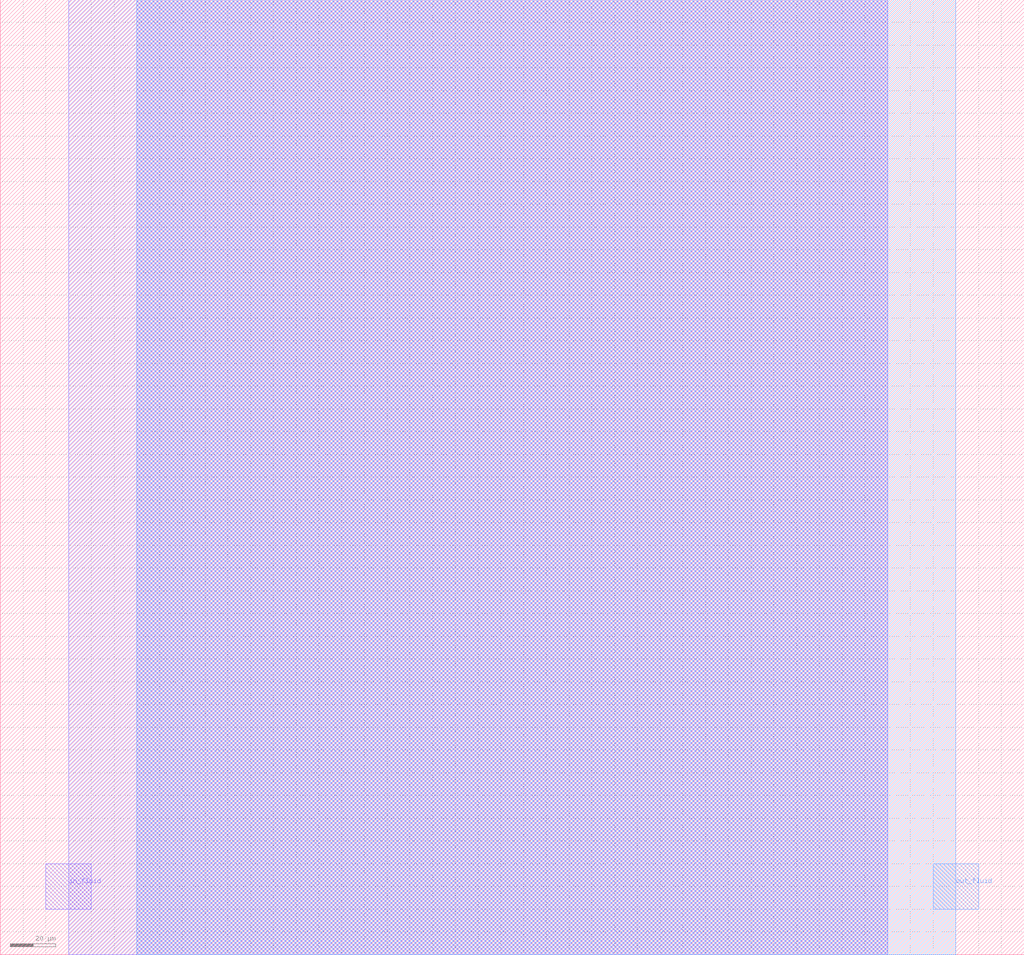
<source format=lef>
VERSION 5.7 ;
BUSBITCHARS "[]" ;
DIVIDERCHAR "/" ;

################################## FUNCTIONAL ##################################

MACRO valve_20px_1
  CLASS CORE ;
  ORIGIN 0 0 ;
  FOREIGN valve_20px_1 0 0 ;
  SIZE 120 BY 120 ;
  SYMMETRY X Y ;
  SITE CoreSite ;
  PIN in_air
    DIRECTION INPUT ;
    USE SIGNAL ;
    PORT
      LAYER met2 ;
        RECT 40.0 65.0 60.0 85.0 ;
    END
  END in_air
  PIN out_air
    DIRECTION OUTPUT ;
    USE SIGNAL ;
    PORT
      LAYER met2 ;
        RECT 30.0 15.0 60.0 35.0 ;
    END
  END out_air
  PIN in_fluid
    DIRECTION INPUT ;
    USE SIGNAL ;
    PORT
      LAYER met1 ;
        RECT 16.0 40.0 15.0 60.0 ;
    END
  END in_fluid
  PIN out_fluid
    DIRECTION OUTPUT ;
    USE SIGNAL ;
    PORT
      LAYER met1 ;
        RECT 65.0 40.0 85.0 60.0 ;
    END
  END out_fluid
  PROPERTY CatenaDesignType "deviceLevel" ;
END valve_20px_1


MACRO serpentine_50px_0
  CLASS CORE ;
  ORIGIN  0 0 ;
  FOREIGN serpentine_50px_0 0 0 ;
  SIZE 120 BY 120 ;
  SYMMETRY X Y ;
  SITE CoreSite ;
  PIN in_fluid
    DIRECTION INPUT ;
    USE SIGNAL ;
    PORT
      LAYER met1 ;
        RECT 20.0 20.0 40.0 40.0 ;
    END
  END in_fluid
  PIN out_fluid
    DIRECTION OUTPUT ;
    USE SIGNAL ;
    PORT
      LAYER met1 ;
        RECT 80.0 20.0 100.0 40.0 ;
    END
  END out_fluid
  OBS
    LAYER met1 ;
      RECT 30 30 90 90 ;
  END
  PROPERTY CatenaDesignType "deviceLevel" ;
END serpentine_50px_0

MACRO serpentine_100px_0
 CLASS BLOCK ;
  ORIGIN  0 0 ;
  FOREIGN serpentine_100px_0 0 0 ;
  SIZE 180 BY 180 ;
  SYMMETRY X Y ;
 PIN in_fluid
    DIRECTION INPUT ;
    USE SIGNAL ;
    PORT
      LAYER met1 ;
        RECT 20.0 20.0 40.0 40.0 ;
    END
  END in_fluid
  PIN out_fluid
    DIRECTION OUTPUT ;
    USE SIGNAL ;
    PORT
      LAYER met1 ;
        RECT 140.0 20.0 160.0 40.0 ;
    END
  END out_fluid
  OBS
    LAYER met1 ;
      RECT 30 30 150 150 ;
  END
  PROPERTY CatenaDesignType "deviceLevel" ;
END serpentine_100px_0

MACRO serpentine_150px_0
  CLASS BLOCK ;
  ORIGIN  0 0 ;
  FOREIGN serpentine_150px_0 0 0 ;
  SIZE 240 BY 240 ;
  SYMMETRY X Y ;
  PIN in_fluid
    DIRECTION INPUT ;
    USE SIGNAL ;
    PORT
      LAYER met1 ;
        RECT 20.0 20.0 40.0 40.0 ;
    END
  END in_fluid
  PIN out_fluid
    DIRECTION OUTPUT ;
    USE SIGNAL ;
    PORT
      LAYER met1 ;
        RECT 200.0 20.0 220.0 40.0 ;
    END
  END out_fluid
  OBS
    LAYER met1 ;
      RECT 30 30 210 210 ;
  END
  PROPERTY CatenaDesignType "deviceLevel" ;
END serpentine_150px_0

MACRO serpentine_200px_0
  CLASS BLOCK ;
  ORIGIN  0 0 ;
  FOREIGN serpentine_200px_0 0 0 ;
  SIZE 300 BY 300 ;
  SYMMETRY X Y ;
  PIN in_fluid
    DIRECTION INPUT ;
    USE SIGNAL ;
    PORT
      LAYER met1 ;
        RECT 20.0 20.0 40.0 40.0 ;
    END
  END in_fluid
  PIN out_fluid
    DIRECTION OUTPUT ;
    USE SIGNAL ;
    PORT
      LAYER met1 ;
        RECT 260.0 20.0 280.0 40.0 ;
    END
  END out_fluid
  OBS
    LAYER met1 ;
      RECT 30 30 270 270 ;
  END
  PROPERTY CatenaDesignType "deviceLevel" ;
END serpentine_200px_0

MACRO serpentine_200px_3
  CLASS BLOCK ;
  ORIGIN  0 0 ;
  FOREIGN serpentine_200px_0 0 0 ;
  SIZE 300 BY 300 ;
  SYMMETRY X Y ;
  PIN in_fluid
    DIRECTION INPUT ;
    USE SIGNAL ;
    PORT
      LAYER met2 ;
        RECT 20.0 20.0 40.0 40.0 ;
    END
  END in_fluid
  PIN out_fluid
    DIRECTION OUTPUT ;
    USE SIGNAL ;
    PORT
      LAYER met5 ;
        RECT 20.0 20.0 40.0 40.0 ;
    END
  END out_fluid
  OBS
    LAYER met2 ;
      RECT 30 0 270 300 ;
    LAYER met3 ;
      RECT 60 0 270 300 ;
    LAYER met4 ;
      RECT 60 0 270 300 ;
    LAYER met5 ;
      RECT 30 0 270 300 ;
  END
  PROPERTY CatenaDesignType "deviceLevel" ;
END serpentine_200px_3

MACRO serpentine_300px_0
  CLASS BLOCK ;
  ORIGIN  0 0 ;
  FOREIGN serpentine_300px_0 0 0 ;
  SIZE 420 BY 420 ;
  SYMMETRY X Y ;
  PIN in_fluid
    DIRECTION INPUT ;
    USE SIGNAL ;
    PORT
      LAYER met1 ;
        RECT 20.0 20.0 40.0 40.0 ;
    END
  END in_fluid
  PIN out_fluid
    DIRECTION OUTPUT ;
    USE SIGNAL ;
    PORT
      LAYER met1 ;
        RECT 380.0 20.0 380.0 40.0 ;
    END
  END out_fluid
  OBS
    LAYER met1 ;
      RECT 30 30 360 390 ;
  END
  PROPERTY CatenaDesignType "deviceLevel" ;
END serpentine_300px_0

MACRO serpentine_300px_1
  CLASS BLOCK ;
  ORIGIN  0 0 ;
  FOREIGN serpentine_300px_0 0 0 ;
  SIZE 420 BY 420 ;
  SYMMETRY X Y ;
  PIN in_fluid
    DIRECTION INPUT ;
    USE SIGNAL ;
    PORT
      LAYER met2 ;
        RECT 50.0 20.0 70.0 40.0 ;
    END
  END in_fluid
  PIN out_fluid
    DIRECTION OUTPUT ;
    USE SIGNAL ;
    PORT
      LAYER met3 ;
        RECT 20.0 20.0 40.0 40.0 ;
    END
  END out_fluid
  OBS
    LAYER met2 ;
      RECT 60 0 390 420 ;
    LAYER met3 ;
      RECT 60 0 390 420 ;
  END
  PROPERTY CatenaDesignType "deviceLevel" ;
END serpentine_300px_1

MACRO serpentine_300px_2
  CLASS BLOCK ;
  ORIGIN  0 0 ;
  FOREIGN serpentine_300px_0 0 0 ;
  SIZE 450 BY 420 ;
  SYMMETRY X Y ;
  PIN in_fluid
    DIRECTION INPUT ;
    USE SIGNAL ;
    PORT
      LAYER met2 ;
        RECT 20.0 20.0 40.0 40.0 ;
    END
  END in_fluid
  PIN out_fluid
    DIRECTION OUTPUT ;
    USE SIGNAL ;
    PORT
      LAYER met4 ;
        RECT 410.0 20.0 430.0 40.0 ;
    END
  END out_fluid
  OBS
    LAYER met2 ;
      RECT 30 0 390 420 ;
    LAYER met3 ;
      RECT 60 0 390 420 ;
    LAYER met4 ;
      RECT 60 0 420 420 ;
  END
  PROPERTY CatenaDesignType "deviceLevel" ;
END serpentine_300px_2

MACRO serpentine_300px_3
  CLASS BLOCK ;
  ORIGIN  0 0 ;
  FOREIGN serpentine_300px_0 0 0 ;
  SIZE 420 BY 420 ;
  SYMMETRY X Y ;
  PIN in_fluid
    DIRECTION INPUT ;
    USE SIGNAL ;
    PORT
      LAYER met2 ;
        RECT 50.0 20.0 70.0 40.0 ;
    END
  END in_fluid
  PIN out_fluid
    DIRECTION OUTPUT ;
    USE SIGNAL ;
    PORT
      LAYER met5 ;
        RECT 20.0 20.0 40.0 40.0 ;
    END
  END out_fluid
  OBS
    LAYER met2 ;
      RECT 60 0 420 420 ;
    LAYER met3 ;
      RECT 60 0 420 420 ;
    LAYER met4 ;
      RECT 60 0 420 420 ;
    LAYER met5 ;
      RECT 30 0 420 420 ;
  END
  PROPERTY CatenaDesignType "deviceLevel" ;
END serpentine_300px_3

MACRO diffmix_25px_0
  CLASS CORE ;
  ORIGIN  0 0 ;
  FOREIGN diffmix_25px_0 0 0 ;
  SIZE 120 BY 120 ;
  SYMMETRY X Y ;
  SITE CoreSite ;
  PIN a_fluid
    DIRECTION INPUT ;
    USE SIGNAL ;
    PORT
      LAYER met1 ;
        RECT 20.0 50.0 40.0 70.0 ;
    END
  END a_fluid
  PIN b_fluid
    DIRECTION INPUT ;
    USE SIGNAL ;
    PORT
      LAYER met1 ;
        RECT 20.0 20.0 40.0 40.0 ;
    END
  END b_fluid
  PIN out_fluid
    DIRECTION OUTPUT ;
    USE SIGNAL ;
    PORT
      LAYER met1 ;
        RECT 50.0 50.0 70.0 70.0 ;
    END
  END out_fluid
  OBS
    LAYER met1 ;
      RECT 30 30 60 60 ;
    LAYER met2 ;
      RECT 30 30 60 60 ;
  END
  PROPERTY CatenaDesignType "deviceLevel" ;
END diffmix_25px_0

MACRO pinhole_325px_0
  CLASS PAD ;
  ORIGIN 0 0 ;
  FOREIGN pinhole_325px_0 ;
  SIZE 330 BY 140 ;
  SYMMETRY X Y R90 ;
  PIN connection
    DIRECTION INOUT ;
    USE SIGNAL ;
    PORT
      LAYER met1 ;
        RECT 310 60 330 80 ;
    END
  END connection
  PIN pad
    DIRECTION INOUT ;
    USE SIGNAL ;
    PORT
      LAYER met9 ;
        RECT 0 60 20 80 ;
    END
  END pad
  OBS
    LAYER met1 ;
      RECT 20 0 310 140 ;
    LAYER met2 ;
      RECT 20 0 310 140 ;
    LAYER met3 ;
      RECT 20 0 310 140 ;
    LAYER met4 ;
      RECT 20 0 310 140 ;
    LAYER met5 ;
      RECT 20 0 310 140 ;
    LAYER met6 ;
      RECT 20 0 310 140 ;
    LAYER met7 ;
      RECT 20 0 310 140 ;
    LAYER met8 ;
      RECT 20 0 310 140 ;
    LAYER met9 ;
      RECT 20 0 310 140 ;
  END
END pinhole_325px_0

END LIBRARY

</source>
